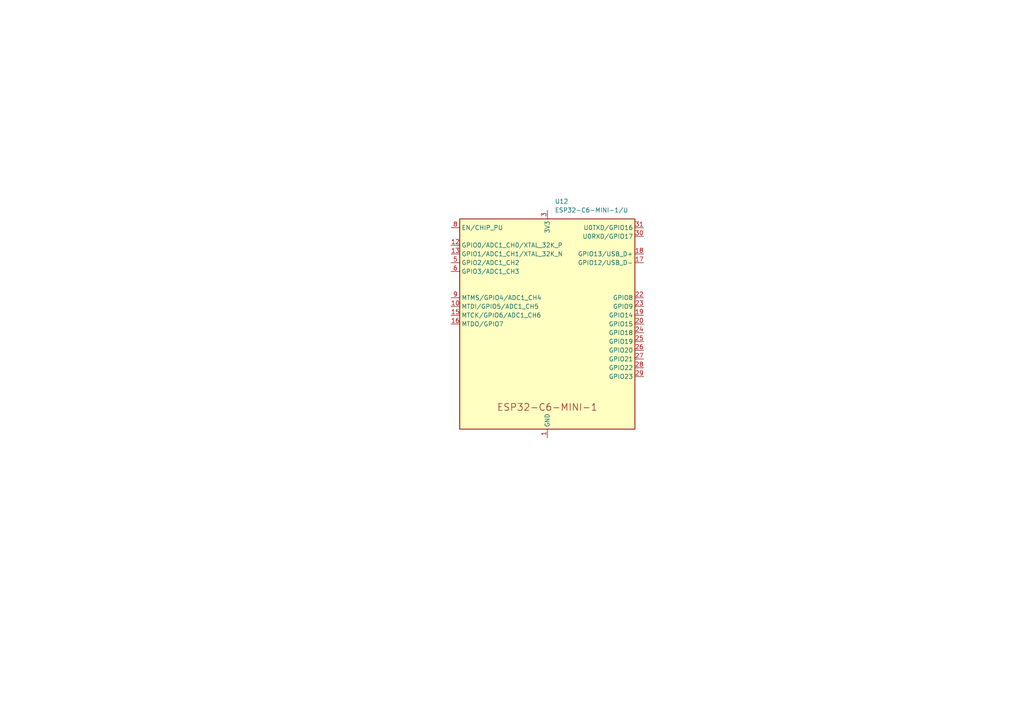
<source format=kicad_sch>
(kicad_sch (version 20250114) (generator "eeschema") (generator_version "9.0")
  (paper "A4")
  (lib_symbols
    (symbol "PCM_Espressif:ESP32-C6-MINI-1/U"
      (property "Reference" "U" (at -25.4 35.56 0))
      (property "Value" "ESP32-C6-MINI-1/U" (at -25.4 33.02 0))
      (symbol "ESP32-C6-MINI-1/U_0_0"
        (text "ESP32-C6-MINI-1" (at 0 -24.13 0) (effects (font (size 2 2))))
      )
      (symbol "ESP32-C6-MINI-1/U_0_1"
        (rectangle (start -25.4 30.48) (end 25.4 -30.48) (stroke (width 0.254)) (fill (type background)))
      )
      (symbol "ESP32-C6-MINI-1/U_1_1"
        (pin input line (at -27.94 27.94 0) (length 2.54) (name "EN/CHIP_PU") (number "8"))
        (pin bidirectional line (at -27.94 22.86 0) (length 2.54) (name "GPIO0/ADC1_CH0/XTAL_32K_P") (number "12"))
        (pin bidirectional line (at -27.94 20.32 0) (length 2.54) (name "GPIO1/ADC1_CH1/XTAL_32K_N") (number "13"))
        (pin bidirectional line (at -27.94 17.78 0) (length 2.54) (name "GPIO2/ADC1_CH2") (number "5"))
        (pin bidirectional line (at -27.94 15.24 0) (length 2.54) (name "GPIO3/ADC1_CH3") (number "6"))
        (pin bidirectional line (at -27.94 7.62 0) (length 2.54) (name "MTMS/GPIO4/ADC1_CH4") (number "9"))
        (pin bidirectional line (at -27.94 5.08 0) (length 2.54) (name "MTDI/GPIO5/ADC1_CH5") (number "10"))
        (pin bidirectional line (at -27.94 2.54 0) (length 2.54) (name "MTCK/GPIO6/ADC1_CH6") (number "15"))
        (pin bidirectional line (at -27.94 0 0) (length 2.54) (name "MTDO/GPIO7") (number "16"))
        (pin no_connect line (at -25.4 -5.08 0) (length 2.54) (hide yes) (name "NC") (number "4"))
        (pin no_connect line (at -25.4 -7.62 0) (length 2.54) (hide yes) (name "NC") (number "7"))
        (pin no_connect line (at -25.4 -10.16 0) (length 2.54) (hide yes) (name "NC") (number "21"))
        (pin no_connect line (at -25.4 -12.7 0) (length 2.54) (hide yes) (name "NC") (number "32"))
        (pin no_connect line (at -25.4 -15.24 0) (length 2.54) (hide yes) (name "NC") (number "33"))
        (pin no_connect line (at -25.4 -17.78 0) (length 2.54) (hide yes) (name "NC") (number "34"))
        (pin no_connect line (at -25.4 -20.32 0) (length 2.54) (hide yes) (name "NC") (number "35"))
        (pin power_in line (at 0 33.02 270) (length 2.54) (name "3V3") (number "3"))
        (pin power_in line (at 0 -33.02 90) (length 2.54) (name "GND") (number "1"))
        (pin passive line (at 0 -33.02 90) (length 2.54) (hide yes) (name "GND") (number "11"))
        (pin passive line (at 0 -33.02 90) (length 2.54) (hide yes) (name "GND") (number "14"))
        (pin passive line (at 0 -33.02 90) (length 2.54) (hide yes) (name "GND") (number "2"))
        (pin passive line (at 0 -33.02 90) (length 2.54) (hide yes) (name "GND") (number "36"))
        (pin passive line (at 0 -33.02 90) (length 2.54) (hide yes) (name "GND") (number "37"))
        (pin passive line (at 0 -33.02 90) (length 2.54) (hide yes) (name "GND") (number "38"))
        (pin passive line (at 0 -33.02 90) (length 2.54) (hide yes) (name "GND") (number "39"))
        (pin passive line (at 0 -33.02 90) (length 2.54) (hide yes) (name "GND") (number "40"))
        (pin passive line (at 0 -33.02 90) (length 2.54) (hide yes) (name "GND") (number "41"))
        (pin passive line (at 0 -33.02 90) (length 2.54) (hide yes) (name "GND") (number "42"))
        (pin passive line (at 0 -33.02 90) (length 2.54) (hide yes) (name "GND") (number "43"))
        (pin passive line (at 0 -33.02 90) (length 2.54) (hide yes) (name "GND") (number "44"))
        (pin passive line (at 0 -33.02 90) (length 2.54) (hide yes) (name "GND") (number "45"))
        (pin passive line (at 0 -33.02 90) (length 2.54) (hide yes) (name "GND") (number "46"))
        (pin passive line (at 0 -33.02 90) (length 2.54) (hide yes) (name "GND") (number "47"))
        (pin passive line (at 0 -33.02 90) (length 2.54) (hide yes) (name "GND") (number "48"))
        (pin passive line (at 0 -33.02 90) (length 2.54) (hide yes) (name "GND") (number "49"))
        (pin passive line (at 0 -33.02 90) (length 2.54) (hide yes) (name "GND") (number "50"))
        (pin passive line (at 0 -33.02 90) (length 2.54) (hide yes) (name "GND") (number "51"))
        (pin passive line (at 0 -33.02 90) (length 2.54) (hide yes) (name "GND") (number "52"))
        (pin passive line (at 0 -33.02 90) (length 2.54) (hide yes) (name "GND") (number "53"))
        (pin bidirectional line (at 27.94 27.94 180) (length 2.54) (name "U0TXD/GPIO16") (number "31"))
        (pin bidirectional line (at 27.94 25.4 180) (length 2.54) (name "U0RXD/GPIO17") (number "30"))
        (pin bidirectional line (at 27.94 20.32 180) (length 2.54) (name "GPIO13/USB_D+") (number "18"))
        (pin bidirectional line (at 27.94 17.78 180) (length 2.54) (name "GPIO12/USB_D-") (number "17"))
        (pin bidirectional line (at 27.94 7.62 180) (length 2.54) (name "GPIO8") (number "22"))
        (pin bidirectional line (at 27.94 5.08 180) (length 2.54) (name "GPIO9") (number "23"))
        (pin bidirectional line (at 27.94 2.54 180) (length 2.54) (name "GPIO14") (number "19"))
        (pin bidirectional line (at 27.94 0 180) (length 2.54) (name "GPIO15") (number "20"))
        (pin bidirectional line (at 27.94 -2.54 180) (length 2.54) (name "GPIO18") (number "24"))
        (pin bidirectional line (at 27.94 -5.08 180) (length 2.54) (name "GPIO19") (number "25"))
        (pin bidirectional line (at 27.94 -7.62 180) (length 2.54) (name "GPIO20") (number "26"))
        (pin bidirectional line (at 27.94 -10.16 180) (length 2.54) (name "GPIO21") (number "27"))
        (pin bidirectional line (at 27.94 -12.7 180) (length 2.54) (name "GPIO22") (number "28"))
        (pin bidirectional line (at 27.94 -15.24 180) (length 2.54) (name "GPIO23") (number "29"))
      )
    )
  )
  (symbol (lib_id "PCM_Espressif:ESP32-C6-MINI-1/U") (at 158.75 93.98 0) (unit 1)
    (property "Reference" "U12" (at 160.8933 58.42 0) (effects (justify left)))
    (property "Value" "ESP32-C6-MINI-1/U" (at 160.8933 60.96 0) (effects (justify left)))
    (property "Footprint" "PCM_Espressif:ESP32-C6-MINI-1" (effects (hide yes)))
    (property "Datasheet" "https://www.espressif.com/sites/default/files/documentation/esp32-c6-mini-1_datasheet_en.pdf" (effects (hide yes)))
    (property "Description" "ESP32-C6-MINI-1 is a module that supports 2.4 GHz Wi-Fi 6 (802.11 ax), Bluetooth® 5 (LE), Zigbee and Thread (802.15.4)" (effects (hide yes)))
  )
)
</source>
